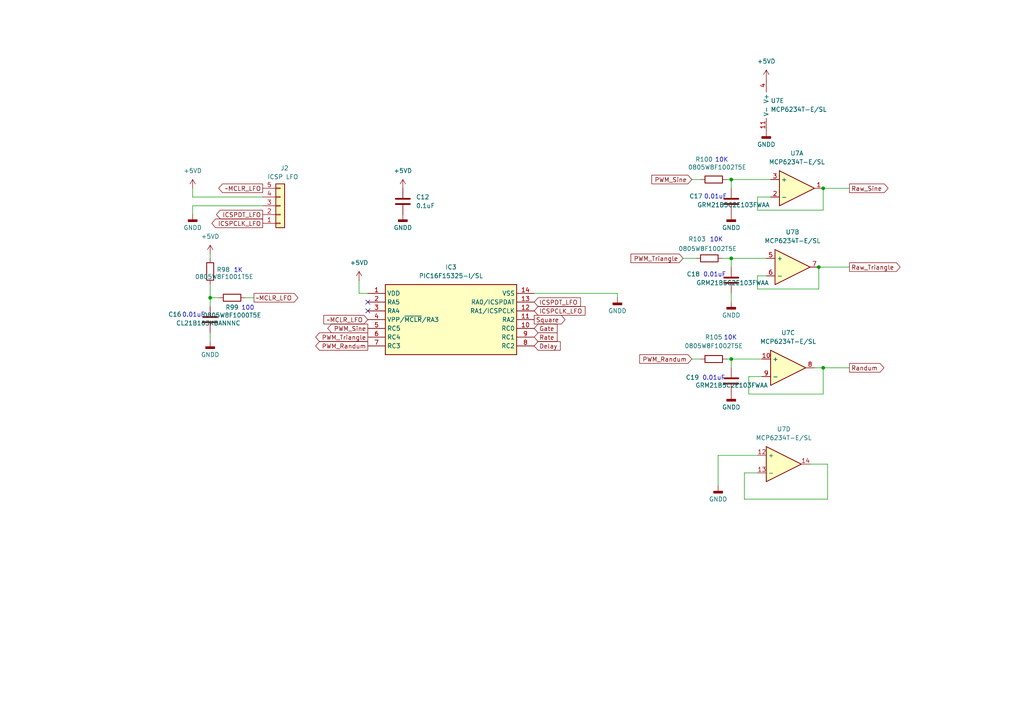
<source format=kicad_sch>
(kicad_sch (version 20250114) (generator "eeschema") (generator_version "9.0")
  (paper "A4")
  (lib_symbols
    (symbol "Connector_Generic:Conn_01x05" (pin_names (offset 1.016) (hide yes))
      (property "Reference" "J" (at 0 7.62 0))
      (property "Value" "Conn_01x05" (at 0 -7.62 0))
      (symbol "Conn_01x05_1_1"
        (rectangle (start -1.27 6.35) (end 1.27 -6.35) (stroke (width 0.254)) (fill (type background)))
        (rectangle (start -1.27 5.207) (end 0 4.953) (stroke (width 0.1524)))
        (rectangle (start -1.27 2.667) (end 0 2.413) (stroke (width 0.1524)))
        (rectangle (start -1.27 0.127) (end 0 -0.127) (stroke (width 0.1524)))
        (rectangle (start -1.27 -2.413) (end 0 -2.667) (stroke (width 0.1524)))
        (rectangle (start -1.27 -4.953) (end 0 -5.207) (stroke (width 0.1524)))
        (pin passive line (at -5.08 5.08 0) (length 3.81) (name "Pin_1") (number "1"))
        (pin passive line (at -5.08 2.54 0) (length 3.81) (name "Pin_2") (number "2"))
        (pin passive line (at -5.08 0 0) (length 3.81) (name "Pin_3") (number "3"))
        (pin passive line (at -5.08 -2.54 0) (length 3.81) (name "Pin_4") (number "4"))
        (pin passive line (at -5.08 -5.08 0) (length 3.81) (name "Pin_5") (number "5"))
      )
    )
    (symbol "Device:C" (pin_numbers (hide yes)) (pin_names (offset 0.254))
      (property "Reference" "C" (at 0.635 2.54 0))
      (property "Value" "C" (at 0.635 -2.54 0))
      (symbol "C_0_1"
        (polyline (pts (xy -2.032 0.762) (xy 2.032 0.762)) (stroke (width 0.508)))
        (polyline (pts (xy -2.032 -0.762) (xy 2.032 -0.762)) (stroke (width 0.508)))
      )
      (symbol "C_1_1"
        (pin passive line (at 0 3.81 270) (length 2.794) (name "~") (number "1"))
        (pin passive line (at 0 -3.81 90) (length 2.794) (name "~") (number "2"))
      )
    )
    (symbol "Device:Opamp_Quad"
      (property "Reference" "U" (at 0 5.08 0))
      (property "Value" "Opamp_Quad" (at 0 -5.08 0))
      (symbol "Opamp_Quad_1_1"
        (polyline (pts (xy -5.08 5.08) (xy 5.08 0) (xy -5.08 -5.08) (xy -5.08 5.08)) (stroke (width 0.254)) (fill (type background)))
        (pin input line (at -7.62 2.54 0) (length 2.54) (name "+") (number "3"))
        (pin input line (at -7.62 -2.54 0) (length 2.54) (name "-") (number "2"))
        (pin output line (at 7.62 0 180) (length 2.54) (name "~") (number "1"))
      )
      (symbol "Opamp_Quad_2_1"
        (polyline (pts (xy -5.08 5.08) (xy 5.08 0) (xy -5.08 -5.08) (xy -5.08 5.08)) (stroke (width 0.254)) (fill (type background)))
        (pin input line (at -7.62 2.54 0) (length 2.54) (name "+") (number "5"))
        (pin input line (at -7.62 -2.54 0) (length 2.54) (name "-") (number "6"))
        (pin output line (at 7.62 0 180) (length 2.54) (name "~") (number "7"))
      )
      (symbol "Opamp_Quad_3_1"
        (polyline (pts (xy -5.08 5.08) (xy 5.08 0) (xy -5.08 -5.08) (xy -5.08 5.08)) (stroke (width 0.254)) (fill (type background)))
        (pin input line (at -7.62 2.54 0) (length 2.54) (name "+") (number "10"))
        (pin input line (at -7.62 -2.54 0) (length 2.54) (name "-") (number "9"))
        (pin output line (at 7.62 0 180) (length 2.54) (name "~") (number "8"))
      )
      (symbol "Opamp_Quad_4_1"
        (polyline (pts (xy -5.08 5.08) (xy 5.08 0) (xy -5.08 -5.08) (xy -5.08 5.08)) (stroke (width 0.254)) (fill (type background)))
        (pin input line (at -7.62 2.54 0) (length 2.54) (name "+") (number "12"))
        (pin input line (at -7.62 -2.54 0) (length 2.54) (name "-") (number "13"))
        (pin output line (at 7.62 0 180) (length 2.54) (name "~") (number "14"))
      )
      (symbol "Opamp_Quad_5_1"
        (pin power_in line (at -2.54 7.62 270) (length 3.81) (name "V+") (number "4"))
        (pin power_in line (at -2.54 -7.62 90) (length 3.81) (name "V-") (number "11"))
      )
    )
    (symbol "Device:R" (pin_numbers (hide yes)) (pin_names (offset 0))
      (property "Reference" "R" (at 2.032 0 90))
      (property "Value" "R" (at 0 0 90))
      (symbol "R_0_1"
        (rectangle (start -1.016 -2.54) (end 1.016 2.54) (stroke (width 0.254)))
      )
      (symbol "R_1_1"
        (pin passive line (at 0 3.81 270) (length 1.27) (name "~") (number "1"))
        (pin passive line (at 0 -3.81 90) (length 1.27) (name "~") (number "2"))
      )
    )
    (symbol "SamacSys_Parts:PIC16F15325-I_P"
      (property "Reference" "IC" (at 44.45 7.62 0))
      (property "Value" "PIC16F15325-I_P" (at 44.45 5.08 0))
      (symbol "PIC16F15325-I_P_1_1"
        (rectangle (start 5.08 2.54) (end 43.18 -17.78) (stroke (width 0.254)) (fill (type background)))
        (pin passive line (at 0 0 0) (length 5.08) (name "VDD") (number "1"))
        (pin passive line (at 0 -2.54 0) (length 5.08) (name "RA5") (number "2"))
        (pin passive line (at 0 -5.08 0) (length 5.08) (name "RA4") (number "3"))
        (pin passive line (at 0 -7.62 0) (length 5.08) (name "VPP/~{MCLR}/RA3") (number "4"))
        (pin passive line (at 0 -10.16 0) (length 5.08) (name "RC5") (number "5"))
        (pin passive line (at 0 -12.7 0) (length 5.08) (name "RC4") (number "6"))
        (pin passive line (at 0 -15.24 0) (length 5.08) (name "RC3") (number "7"))
        (pin passive line (at 48.26 0 180) (length 5.08) (name "VSS") (number "14"))
        (pin passive line (at 48.26 -2.54 180) (length 5.08) (name "RA0/ICSPDAT") (number "13"))
        (pin passive line (at 48.26 -5.08 180) (length 5.08) (name "RA1/ICSPCLK") (number "12"))
        (pin passive line (at 48.26 -7.62 180) (length 5.08) (name "RA2") (number "11"))
        (pin passive line (at 48.26 -10.16 180) (length 5.08) (name "RC0") (number "10"))
        (pin passive line (at 48.26 -12.7 180) (length 5.08) (name "RC1") (number "9"))
        (pin passive line (at 48.26 -15.24 180) (length 5.08) (name "RC2") (number "8"))
      )
    )
    (symbol "power:+5VD" (power) (pin_numbers (hide yes)) (pin_names (offset 0) (hide yes))
      (property "Value" "+5VD" (at 0 3.556 0))
      (symbol "+5VD_0_1"
        (polyline (pts (xy -0.762 1.27) (xy 0 2.54)))
        (polyline (pts (xy 0 2.54) (xy 0.762 1.27)))
        (polyline (pts (xy 0 0) (xy 0 2.54)))
      )
      (symbol "+5VD_1_1"
        (pin power_in line (at 0 0 90) (length 0) (name "~") (number "1"))
      )
    )
    (symbol "power:GNDD" (power) (pin_numbers (hide yes)) (pin_names (offset 0) (hide yes))
      (property "Value" "GNDD" (at 0 -3.175 0))
      (symbol "GNDD_0_1"
        (rectangle (start -1.27 -1.524) (end 1.27 -2.032) (stroke (width 0.254)) (fill (type outline)))
        (polyline (pts (xy 0 0) (xy 0 -1.524)))
      )
      (symbol "GNDD_1_1"
        (pin power_in line (at 0 0 270) (length 0) (name "~") (number "1"))
      )
    )
  )
  (text "1K" (at 69.088 78.486 0) (effects (font (size 1.27 1.27))))
  (text "0.01uF" (at 56.134 91.44 0) (effects (font (size 1.27 1.27))))
  (text "10K" (at 209.296 46.482 0) (effects (font (size 1.27 1.27))))
  (text "10K" (at 211.836 98.044 0) (effects (font (size 1.27 1.27))))
  (text "0.01uF" (at 207.264 79.756 0) (effects (font (size 1.27 1.27))))
  (text "0.01uF" (at 207.01 109.728 0) (effects (font (size 1.27 1.27))))
  (text "100" (at 71.882 89.408 0) (effects (font (size 1.27 1.27))))
  (text "10K" (at 207.772 69.596 0) (effects (font (size 1.27 1.27))))
  (text "0.01uF" (at 207.518 57.15 0) (effects (font (size 1.27 1.27))))
  (junction (at 212.09 104.14))
  (junction (at 212.09 52.07))
  (junction (at 237.49 77.47))
  (junction (at 60.96 86.36))
  (junction (at 212.09 74.93))
  (junction (at 238.76 106.68))
  (junction (at 238.76 54.61))
  (no_connect (at 106.68 87.63))
  (no_connect (at 106.68 90.17))
  (wire (pts (xy 238.76 106.68) (xy 236.22 106.68)))
  (wire (pts (xy 219.71 137.16) (xy 215.9 137.16)))
  (wire (pts (xy 60.96 96.52) (xy 60.96 99.06)))
  (wire (pts (xy 238.76 106.68) (xy 246.38 106.68)))
  (wire (pts (xy 223.52 57.15) (xy 219.71 57.15)))
  (wire (pts (xy 237.49 77.47) (xy 237.49 83.82)))
  (wire (pts (xy 219.71 60.96) (xy 238.76 60.96)))
  (wire (pts (xy 219.71 57.15) (xy 219.71 60.96)))
  (wire (pts (xy 210.82 104.14) (xy 212.09 104.14)))
  (wire (pts (xy 217.17 109.22) (xy 217.17 114.3)))
  (wire (pts (xy 210.82 52.07) (xy 212.09 52.07)))
  (wire (pts (xy 240.03 144.78) (xy 240.03 134.62)))
  (wire (pts (xy 238.76 60.96) (xy 238.76 54.61)))
  (wire (pts (xy 104.14 85.09) (xy 104.14 81.28)))
  (wire (pts (xy 215.9 137.16) (xy 215.9 144.78)))
  (wire (pts (xy 212.09 52.07) (xy 223.52 52.07)))
  (wire (pts (xy 60.96 82.55) (xy 60.96 86.36)))
  (wire (pts (xy 212.09 74.93) (xy 222.25 74.93)))
  (wire (pts (xy 198.12 74.93) (xy 201.93 74.93)))
  (wire (pts (xy 219.71 83.82) (xy 237.49 83.82)))
  (wire (pts (xy 219.71 80.01) (xy 219.71 83.82)))
  (wire (pts (xy 106.68 85.09) (xy 104.14 85.09)))
  (wire (pts (xy 219.71 132.08) (xy 208.28 132.08)))
  (wire (pts (xy 212.09 104.14) (xy 220.98 104.14)))
  (wire (pts (xy 60.96 86.36) (xy 60.96 88.9)))
  (wire (pts (xy 212.09 52.07) (xy 212.09 54.61)))
  (wire (pts (xy 212.09 85.09) (xy 212.09 87.63)))
  (wire (pts (xy 200.66 52.07) (xy 203.2 52.07)))
  (wire (pts (xy 55.88 59.69) (xy 55.88 62.23)))
  (wire (pts (xy 55.88 59.69) (xy 76.2 59.69)))
  (wire (pts (xy 217.17 114.3) (xy 238.76 114.3)))
  (wire (pts (xy 71.12 86.36) (xy 73.66 86.36)))
  (wire (pts (xy 179.07 85.09) (xy 179.07 86.36)))
  (wire (pts (xy 222.25 80.01) (xy 219.71 80.01)))
  (wire (pts (xy 220.98 109.22) (xy 217.17 109.22)))
  (wire (pts (xy 60.96 86.36) (xy 63.5 86.36)))
  (wire (pts (xy 55.88 57.15) (xy 76.2 57.15)))
  (wire (pts (xy 55.88 54.61) (xy 55.88 57.15)))
  (wire (pts (xy 209.55 74.93) (xy 212.09 74.93)))
  (wire (pts (xy 240.03 134.62) (xy 234.95 134.62)))
  (wire (pts (xy 238.76 114.3) (xy 238.76 106.68)))
  (wire (pts (xy 212.09 104.14) (xy 212.09 106.68)))
  (wire (pts (xy 200.66 104.14) (xy 203.2 104.14)))
  (wire (pts (xy 208.28 132.08) (xy 208.28 140.97)))
  (wire (pts (xy 238.76 54.61) (xy 246.38 54.61)))
  (wire (pts (xy 237.49 77.47) (xy 246.38 77.47)))
  (wire (pts (xy 215.9 144.78) (xy 240.03 144.78)))
  (wire (pts (xy 60.96 73.66) (xy 60.96 74.93)))
  (wire (pts (xy 154.94 85.09) (xy 179.07 85.09)))
  (wire (pts (xy 212.09 74.93) (xy 212.09 77.47)))
  (global_label "~MCLR_LFO" (shape output) (at 73.66 86.36 0) (property "Intersheetrefs" "${INTERSHEET_REFS}" (effects (hide yes))))
  (global_label "PWM_Randum" (shape input) (at 200.66 104.14 180) (property "Intersheetrefs" "${INTERSHEET_REFS}" (effects (hide yes))))
  (global_label "Delay" (shape input) (at 154.94 100.33 0) (property "Intersheetrefs" "${INTERSHEET_REFS}" (effects (hide yes))))
  (global_label "ICSPCLK_LFO" (shape output) (at 76.2 64.77 180) (property "Intersheetrefs" "${INTERSHEET_REFS}" (effects (hide yes))))
  (global_label "PWM_Sine" (shape input) (at 200.66 52.07 180) (property "Intersheetrefs" "${INTERSHEET_REFS}" (effects (hide yes))))
  (global_label "PWM_Triangle" (shape output) (at 106.68 97.79 180) (property "Intersheetrefs" "${INTERSHEET_REFS}" (effects (hide yes))))
  (global_label "~MCLR_LFO" (shape input) (at 106.68 92.71 180) (property "Intersheetrefs" "${INTERSHEET_REFS}" (effects (hide yes))))
  (global_label "Gate" (shape input) (at 154.94 95.25 0) (property "Intersheetrefs" "${INTERSHEET_REFS}" (effects (hide yes))))
  (global_label "ICSPDT_LFO" (shape input) (at 154.94 87.63 0) (property "Intersheetrefs" "${INTERSHEET_REFS}" (effects (hide yes))))
  (global_label "ICSPCLK_LFO" (shape input) (at 154.94 90.17 0) (property "Intersheetrefs" "${INTERSHEET_REFS}" (effects (hide yes))))
  (global_label "Randum" (shape output) (at 246.38 106.68 0) (property "Intersheetrefs" "${INTERSHEET_REFS}" (effects (hide yes))))
  (global_label "PWM_Triangle" (shape input) (at 198.12 74.93 180) (property "Intersheetrefs" "${INTERSHEET_REFS}" (effects (hide yes))))
  (global_label "Rate" (shape input) (at 154.94 97.79 0) (property "Intersheetrefs" "${INTERSHEET_REFS}" (effects (hide yes))))
  (global_label "Square" (shape output) (at 154.94 92.71 0) (property "Intersheetrefs" "${INTERSHEET_REFS}" (effects (hide yes))))
  (global_label "Raw_Sine" (shape output) (at 246.38 54.61 0) (property "Intersheetrefs" "${INTERSHEET_REFS}" (effects (hide yes))))
  (global_label "PWM_Sine" (shape output) (at 106.68 95.25 180) (property "Intersheetrefs" "${INTERSHEET_REFS}" (effects (hide yes))))
  (global_label "PWM_Randum" (shape output) (at 106.68 100.33 180) (property "Intersheetrefs" "${INTERSHEET_REFS}" (effects (hide yes))))
  (global_label "~MCLR_LFO" (shape output) (at 76.2 54.61 180) (property "Intersheetrefs" "${INTERSHEET_REFS}" (effects (hide yes))))
  (global_label "Raw_Triangle" (shape output) (at 246.38 77.47 0) (property "Intersheetrefs" "${INTERSHEET_REFS}" (effects (hide yes))))
  (global_label "ICSPDT_LFO" (shape output) (at 76.2 62.23 180) (property "Intersheetrefs" "${INTERSHEET_REFS}" (effects (hide yes))))
  (symbol (lib_id "power:+5VD") (at 116.84 54.61 0) (unit 1)
    (property "Reference" "#PWR0172" (effects (hide yes)))
    (property "Value" "+5VD" (at 116.84 49.53 0))
    (property "Description" "Power symbol creates a global label with name \"+5VD\"" (effects (hide yes)))
  )
  (symbol (lib_id "power:+5VD") (at 222.25 22.86 0) (unit 1)
    (property "Reference" "#PWR0195" (effects (hide yes)))
    (property "Value" "+5VD" (at 222.25 17.78 0))
    (property "Description" "Power symbol creates a global label with name \"+5VD\"" (effects (hide yes)))
  )
  (symbol (lib_id "Device:R") (at 60.96 78.74 180) (unit 1)
    (property "Reference" "R98" (at 64.77 78.232 0))
    (property "Value" "0805W8F1001T5E" (at 65.024 80.264 0))
    (property "Footprint" "Resistor_SMD:R_0805_2012Metric_Pad1.20x1.40mm_HandSolder" (effects (hide yes)))
    (property "Description" "Resistor" (effects (hide yes)))
  )
  (symbol (lib_id "Device:C") (at 116.84 58.42 0) (unit 1)
    (property "Reference" "C12" (at 120.65 57.1499 0) (effects (justify left)))
    (property "Value" "0.1uF" (at 120.65 59.6899 0) (effects (justify left)))
    (property "Footprint" "Capacitor_SMD:C_0805_2012Metric_Pad1.18x1.45mm_HandSolder" (effects (hide yes)))
    (property "Description" "Unpolarized capacitor" (effects (hide yes)))
  )
  (symbol (lib_id "SamacSys_Parts:PIC16F15325-I_P") (at 106.68 85.09 0) (unit 1)
    (property "Reference" "IC3" (at 130.81 77.47 0))
    (property "Value" "PIC16F15325-I/SL" (at 130.81 80.01 0))
    (property "Footprint" "Package_SO:SOIC-14_3.9x8.7mm_P1.27mm" (effects (hide yes)))
    (property "Datasheet" "http://ww1.microchip.com/downloads/en/DeviceDoc/PIC16-L-F15325-45-Data-Sheet-40001865D.pdf" (effects (hide yes)))
    (property "Description" "Microchip Technology PIC16F15325-I/P, 8bit 8 bit CPU Microcontroller, 32MHz, 14 kB Flash, 20-Pin PDIP" (effects (hide yes)))
    (property "Height" "5.334" (effects (hide yes)))
    (property "Manufacturer_Name" "Microchip" (effects (hide yes)))
    (property "Manufacturer_Part_Number" "PIC16F15325-I/P" (effects (hide yes)))
    (property "Mouser Part Number" "579-PIC16F15325-I/P" (effects (hide yes)))
    (property "Mouser Price/Stock" "https://www.mouser.co.uk/ProductDetail/Microchip-Technology/PIC16F15325-I-P?qs=IP4CA2YhK0DC%2Fn%252BBka0%252BeQ%3D%3D" (effects (hide yes)))
    (property "Arrow Part Number" "PIC16F15325-I/P" (effects (hide yes)))
    (property "Arrow Price/Stock" "https://www.arrow.com/en/products/pic16f15325-ip/microchip-technology?region=nac" (effects (hide yes)))
  )
  (symbol (lib_id "Device:R") (at 205.74 74.93 90) (mirror x) (unit 1)
    (property "Reference" "R103" (at 202.184 69.342 90))
    (property "Value" "0805W8F1002T5E" (at 205.232 72.136 90))
    (property "Footprint" "Resistor_SMD:R_0805_2012Metric_Pad1.20x1.40mm_HandSolder" (effects (hide yes)))
    (property "Description" "Resistor" (effects (hide yes)))
  )
  (symbol (lib_id "power:GNDD") (at 222.25 38.1 0) (unit 1)
    (property "Reference" "#PWR0183" (effects (hide yes)))
    (property "Value" "GNDD" (at 222.25 41.91 0))
    (property "Description" "Power symbol creates a global label with name \"GNDD\" , digital ground" (effects (hide yes)))
  )
  (symbol (lib_id "power:GNDD") (at 55.88 62.23 0) (unit 1)
    (property "Reference" "#PWR0174" (effects (hide yes)))
    (property "Value" "GNDD" (at 55.88 66.04 0))
    (property "Description" "Power symbol creates a global label with name \"GNDD\" , digital ground" (effects (hide yes)))
  )
  (symbol (lib_id "power:GNDD") (at 60.96 99.06 0) (unit 1)
    (property "Reference" "#PWR0175" (effects (hide yes)))
    (property "Value" "GNDD" (at 60.96 102.87 0))
    (property "Description" "Power symbol creates a global label with name \"GNDD\" , digital ground" (effects (hide yes)))
  )
  (symbol (lib_id "power:GNDD") (at 212.09 87.63 0) (unit 1)
    (property "Reference" "#PWR0180" (effects (hide yes)))
    (property "Value" "GNDD" (at 212.09 91.44 0))
    (property "Description" "Power symbol creates a global label with name \"GNDD\" , digital ground" (effects (hide yes)))
  )
  (symbol (lib_id "power:+5VD") (at 55.88 54.61 0) (mirror y) (unit 1)
    (property "Reference" "#PWR0179" (effects (hide yes)))
    (property "Value" "+5VD" (at 55.88 49.53 0))
    (property "Description" "Power symbol creates a global label with name \"+5VD\"" (effects (hide yes)))
  )
  (symbol (lib_id "Device:R") (at 207.01 52.07 90) (unit 1)
    (property "Reference" "R100" (at 204.216 46.228 90))
    (property "Value" "0805W8F1002T5E" (at 208.026 48.514 90))
    (property "Footprint" "Resistor_SMD:R_0805_2012Metric_Pad1.20x1.40mm_HandSolder" (effects (hide yes)))
    (property "Description" "Resistor" (effects (hide yes)))
  )
  (symbol (lib_id "power:GNDD") (at 179.07 86.36 0) (unit 1)
    (property "Reference" "#PWR0176" (effects (hide yes)))
    (property "Value" "GNDD" (at 179.07 90.17 0))
    (property "Description" "Power symbol creates a global label with name \"GNDD\" , digital ground" (effects (hide yes)))
  )
  (symbol (lib_id "power:GNDD") (at 212.09 114.3 0) (unit 1)
    (property "Reference" "#PWR0177" (effects (hide yes)))
    (property "Value" "GNDD" (at 212.09 118.11 0))
    (property "Description" "Power symbol creates a global label with name \"GNDD\" , digital ground" (effects (hide yes)))
  )
  (symbol (lib_id "Device:Opamp_Quad") (at 229.87 77.47 0) (unit 2)
    (property "Reference" "U7" (at 229.87 67.31 0))
    (property "Value" "MCP6234T-E/SL" (at 229.87 69.85 0))
    (property "Footprint" "Package_SO:SOIC-14_3.9x8.7mm_P1.27mm" (effects (hide yes)))
    (property "Description" "Quad operational amplifier" (effects (hide yes)))
    (property "Sim.Library" "${KICAD9_SYMBOL_DIR}/Simulation_SPICE.sp" (effects (hide yes)))
    (property "Sim.Name" "kicad_builtin_opamp_quad" (effects (hide yes)))
    (property "Sim.Device" "SUBCKT" (effects (hide yes)))
    (property "Sim.Pins" "1=out1 2=in1- 3=in1+ 4=vcc 5=in2+ 6=in2- 7=out2 8=out3 9=in3- 10=in3+ 11=vee 12=in4+ 13=in4- 14=out4" (effects (hide yes)))
  )
  (symbol (lib_id "Connector_Generic:Conn_01x05") (at 81.28 59.69 0) (mirror x) (unit 1)
    (property "Reference" "J2" (at 82.55 48.768 0))
    (property "Value" "ICSP LFO" (at 82.042 51.308 0))
    (property "Footprint" "Connector_PinHeader_2.54mm:PinHeader_1x05_P2.54mm_Vertical" (effects (hide yes)))
    (property "Description" "Generic connector, single row, 01x05, script generated (kicad-library-utils/schlib/autogen/connector/)" (effects (hide yes)))
  )
  (symbol (lib_id "power:+5VD") (at 104.14 81.28 0) (unit 1)
    (property "Reference" "#PWR0169" (effects (hide yes)))
    (property "Value" "+5VD" (at 104.14 76.2 0))
    (property "Description" "Power symbol creates a global label with name \"+5VD\"" (effects (hide yes)))
  )
  (symbol (lib_id "Device:C") (at 212.09 81.28 0) (unit 1)
    (property "Reference" "C18" (at 199.136 79.502 0) (effects (justify left)))
    (property "Value" "GRM21B5C2E103FWAA" (at 201.93 82.042 0) (effects (justify left)))
    (property "Footprint" "Capacitor_SMD:C_0805_2012Metric_Pad1.18x1.45mm_HandSolder" (effects (hide yes)))
    (property "Description" "Unpolarized capacitor" (effects (hide yes)))
  )
  (symbol (lib_id "Device:C") (at 60.96 92.71 0) (unit 1)
    (property "Reference" "C16" (at 48.768 91.186 0) (effects (justify left)))
    (property "Value" "CL21B103KBANNNC" (at 51.054 93.726 0) (effects (justify left)))
    (property "Footprint" "Capacitor_SMD:C_0805_2012Metric_Pad1.18x1.45mm_HandSolder" (effects (hide yes)))
    (property "Description" "Unpolarized capacitor" (effects (hide yes)))
  )
  (symbol (lib_id "Device:R") (at 67.31 86.36 90) (unit 1)
    (property "Reference" "R99" (at 67.31 89.154 90))
    (property "Value" "0805W8F1000T5E" (at 67.31 91.44 90))
    (property "Footprint" "Resistor_SMD:R_0805_2012Metric_Pad1.20x1.40mm_HandSolder" (effects (hide yes)))
    (property "Description" "Resistor" (effects (hide yes)))
  )
  (symbol (lib_id "Device:Opamp_Quad") (at 227.33 134.62 0) (unit 4)
    (property "Reference" "U7" (at 227.33 124.46 0))
    (property "Value" "MCP6234T-E/SL" (at 227.33 127 0))
    (property "Footprint" "Package_SO:SOIC-14_3.9x8.7mm_P1.27mm" (effects (hide yes)))
    (property "Description" "Quad operational amplifier" (effects (hide yes)))
    (property "Sim.Library" "${KICAD9_SYMBOL_DIR}/Simulation_SPICE.sp" (effects (hide yes)))
    (property "Sim.Name" "kicad_builtin_opamp_quad" (effects (hide yes)))
    (property "Sim.Device" "SUBCKT" (effects (hide yes)))
    (property "Sim.Pins" "1=out1 2=in1- 3=in1+ 4=vcc 5=in2+ 6=in2- 7=out2 8=out3 9=in3- 10=in3+ 11=vee 12=in4+ 13=in4- 14=out4" (effects (hide yes)))
  )
  (symbol (lib_id "power:GNDD") (at 116.84 62.23 0) (unit 1)
    (property "Reference" "#PWR0173" (effects (hide yes)))
    (property "Value" "GNDD" (at 116.84 66.04 0))
    (property "Description" "Power symbol creates a global label with name \"GNDD\" , digital ground" (effects (hide yes)))
  )
  (symbol (lib_id "Device:Opamp_Quad") (at 228.6 106.68 0) (unit 3)
    (property "Reference" "U7" (at 228.6 96.52 0))
    (property "Value" "MCP6234T-E/SL" (at 228.6 99.06 0))
    (property "Footprint" "Package_SO:SOIC-14_3.9x8.7mm_P1.27mm" (effects (hide yes)))
    (property "Description" "Quad operational amplifier" (effects (hide yes)))
    (property "Sim.Library" "${KICAD9_SYMBOL_DIR}/Simulation_SPICE.sp" (effects (hide yes)))
    (property "Sim.Name" "kicad_builtin_opamp_quad" (effects (hide yes)))
    (property "Sim.Device" "SUBCKT" (effects (hide yes)))
    (property "Sim.Pins" "1=out1 2=in1- 3=in1+ 4=vcc 5=in2+ 6=in2- 7=out2 8=out3 9=in3- 10=in3+ 11=vee 12=in4+ 13=in4- 14=out4" (effects (hide yes)))
  )
  (symbol (lib_id "Device:Opamp_Quad") (at 231.14 54.61 0) (unit 1)
    (property "Reference" "U7" (at 231.14 44.45 0))
    (property "Value" "MCP6234T-E/SL" (at 231.14 46.99 0))
    (property "Footprint" "Package_SO:SOIC-14_3.9x8.7mm_P1.27mm" (effects (hide yes)))
    (property "Description" "Quad operational amplifier" (effects (hide yes)))
    (property "Sim.Library" "${KICAD9_SYMBOL_DIR}/Simulation_SPICE.sp" (effects (hide yes)))
    (property "Sim.Name" "kicad_builtin_opamp_quad" (effects (hide yes)))
    (property "Sim.Device" "SUBCKT" (effects (hide yes)))
    (property "Sim.Pins" "1=out1 2=in1- 3=in1+ 4=vcc 5=in2+ 6=in2- 7=out2 8=out3 9=in3- 10=in3+ 11=vee 12=in4+ 13=in4- 14=out4" (effects (hide yes)))
  )
  (symbol (lib_id "power:GNDD") (at 212.09 62.23 0) (unit 1)
    (property "Reference" "#PWR0182" (effects (hide yes)))
    (property "Value" "GNDD" (at 212.09 66.04 0))
    (property "Description" "Power symbol creates a global label with name \"GNDD\" , digital ground" (effects (hide yes)))
  )
  (symbol (lib_id "Device:C") (at 212.09 58.42 0) (unit 1)
    (property "Reference" "C17" (at 199.898 56.896 0) (effects (justify left)))
    (property "Value" "GRM21B5C2E103FWAA" (at 202.184 59.436 0) (effects (justify left)))
    (property "Footprint" "Capacitor_SMD:C_0805_2012Metric_Pad1.18x1.45mm_HandSolder" (effects (hide yes)))
    (property "Description" "Unpolarized capacitor" (effects (hide yes)))
  )
  (symbol (lib_id "Device:C") (at 212.09 110.49 0) (unit 1)
    (property "Reference" "C19" (at 198.882 109.474 0) (effects (justify left)))
    (property "Value" "GRM21B5C2E103FWAA" (at 201.676 111.76 0) (effects (justify left)))
    (property "Footprint" "Capacitor_SMD:C_0805_2012Metric_Pad1.18x1.45mm_HandSolder" (effects (hide yes)))
    (property "Description" "Unpolarized capacitor" (effects (hide yes)))
  )
  (symbol (lib_id "power:+5VD") (at 60.96 73.66 0) (mirror y) (unit 1)
    (property "Reference" "#PWR0181" (effects (hide yes)))
    (property "Value" "+5VD" (at 60.96 68.58 0))
    (property "Description" "Power symbol creates a global label with name \"+5VD\"" (effects (hide yes)))
  )
  (symbol (lib_id "power:GNDD") (at 208.28 140.97 0) (unit 1)
    (property "Reference" "#PWR0178" (effects (hide yes)))
    (property "Value" "GNDD" (at 208.28 144.78 0))
    (property "Description" "Power symbol creates a global label with name \"GNDD\" , digital ground" (effects (hide yes)))
  )
  (symbol (lib_id "Device:Opamp_Quad") (at 224.79 30.48 0) (unit 5)
    (property "Reference" "U7" (at 223.52 29.2099 0) (effects (justify left)))
    (property "Value" "MCP6234T-E/SL" (at 223.52 31.7499 0) (effects (justify left)))
    (property "Footprint" "Package_SO:SOIC-14_3.9x8.7mm_P1.27mm" (effects (hide yes)))
    (property "Description" "Quad operational amplifier" (effects (hide yes)))
    (property "Sim.Library" "${KICAD9_SYMBOL_DIR}/Simulation_SPICE.sp" (effects (hide yes)))
    (property "Sim.Name" "kicad_builtin_opamp_quad" (effects (hide yes)))
    (property "Sim.Device" "SUBCKT" (effects (hide yes)))
    (property "Sim.Pins" "1=out1 2=in1- 3=in1+ 4=vcc 5=in2+ 6=in2- 7=out2 8=out3 9=in3- 10=in3+ 11=vee 12=in4+ 13=in4- 14=out4" (effects (hide yes)))
  )
  (symbol (lib_id "Device:R") (at 207.01 104.14 90) (unit 1)
    (property "Reference" "R105" (at 207.01 97.79 90))
    (property "Value" "0805W8F1002T5E" (at 207.01 100.33 90))
    (property "Footprint" "Resistor_SMD:R_0805_2012Metric_Pad1.20x1.40mm_HandSolder" (effects (hide yes)))
    (property "Description" "Resistor" (effects (hide yes)))
  )
)
</source>
